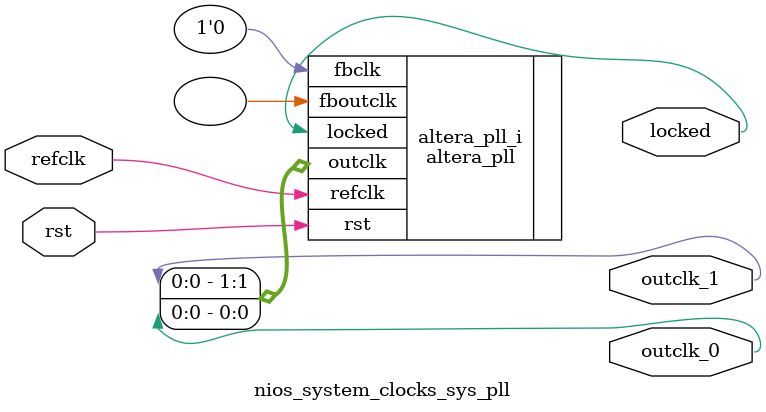
<source format=v>
`timescale 1ns/10ps
module  nios_system_clocks_sys_pll(

	// interface 'refclk'
	input wire refclk,

	// interface 'reset'
	input wire rst,

	// interface 'outclk0'
	output wire outclk_0,

	// interface 'outclk1'
	output wire outclk_1,

	// interface 'locked'
	output wire locked
);

	altera_pll #(
		.fractional_vco_multiplier("false"),
		.reference_clock_frequency("50.0 MHz"),
		.operation_mode("direct"),
		.number_of_clocks(2),
		.output_clock_frequency0("50.000000 MHz"),
		.phase_shift0("0 ps"),
		.duty_cycle0(50),
		.output_clock_frequency1("50.000000 MHz"),
		.phase_shift1("-3000 ps"),
		.duty_cycle1(50),
		.output_clock_frequency2("0 MHz"),
		.phase_shift2("0 ps"),
		.duty_cycle2(50),
		.output_clock_frequency3("0 MHz"),
		.phase_shift3("0 ps"),
		.duty_cycle3(50),
		.output_clock_frequency4("0 MHz"),
		.phase_shift4("0 ps"),
		.duty_cycle4(50),
		.output_clock_frequency5("0 MHz"),
		.phase_shift5("0 ps"),
		.duty_cycle5(50),
		.output_clock_frequency6("0 MHz"),
		.phase_shift6("0 ps"),
		.duty_cycle6(50),
		.output_clock_frequency7("0 MHz"),
		.phase_shift7("0 ps"),
		.duty_cycle7(50),
		.output_clock_frequency8("0 MHz"),
		.phase_shift8("0 ps"),
		.duty_cycle8(50),
		.output_clock_frequency9("0 MHz"),
		.phase_shift9("0 ps"),
		.duty_cycle9(50),
		.output_clock_frequency10("0 MHz"),
		.phase_shift10("0 ps"),
		.duty_cycle10(50),
		.output_clock_frequency11("0 MHz"),
		.phase_shift11("0 ps"),
		.duty_cycle11(50),
		.output_clock_frequency12("0 MHz"),
		.phase_shift12("0 ps"),
		.duty_cycle12(50),
		.output_clock_frequency13("0 MHz"),
		.phase_shift13("0 ps"),
		.duty_cycle13(50),
		.output_clock_frequency14("0 MHz"),
		.phase_shift14("0 ps"),
		.duty_cycle14(50),
		.output_clock_frequency15("0 MHz"),
		.phase_shift15("0 ps"),
		.duty_cycle15(50),
		.output_clock_frequency16("0 MHz"),
		.phase_shift16("0 ps"),
		.duty_cycle16(50),
		.output_clock_frequency17("0 MHz"),
		.phase_shift17("0 ps"),
		.duty_cycle17(50),
		.pll_type("General"),
		.pll_subtype("General")
	) altera_pll_i (
		.rst	(rst),
		.outclk	({outclk_1, outclk_0}),
		.locked	(locked),
		.fboutclk	( ),
		.fbclk	(1'b0),
		.refclk	(refclk)
	);
endmodule


</source>
